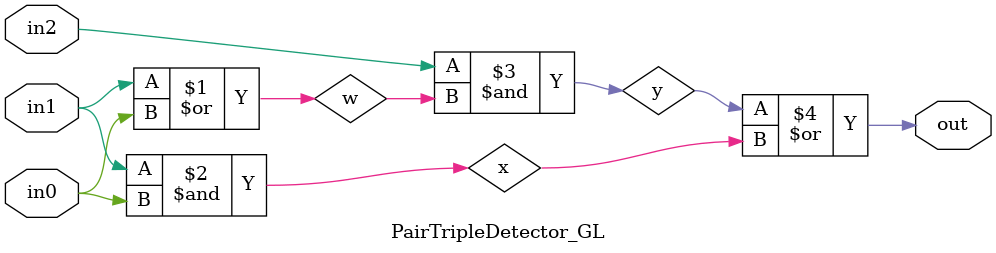
<source format=v>

`ifndef PAIR_TRIPLE_DETECTOR_GL_V
`define PAIR_TRIPLE_DETECTOR_GL_V

module PairTripleDetector_GL
(
  input  wire in0,
  input  wire in1,
  input  wire in2,
  output wire out
);

  //''' ACTIVITY '''''''''''''''''''''''''''''''''''''''''''''''''''''''''
  // Implement pair/triple detector using explicit gate-level modeling
  //''''''''''''''''''''''''''''''''''''''''''''''''''''''''''''''''''''''

wire w;
wire x;
wire y;

or(w, in1, in0);

and(x, in1, in0);

and(y, in2, w);

or(out, y, x);

endmodule

`endif /* PAIR_TRIPLE_DETECTOR_GL_V */


</source>
